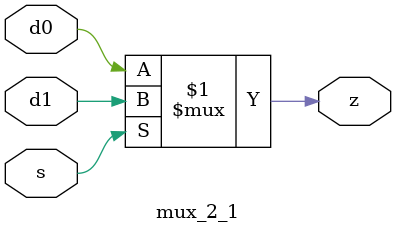
<source format=v>
`timescale 1ns / 1ps


module mux_2_1(
s, d0, d1, z
    );
    input s, d0, d1;
output z;

assign z = s ? d1 : d0;
endmodule

</source>
